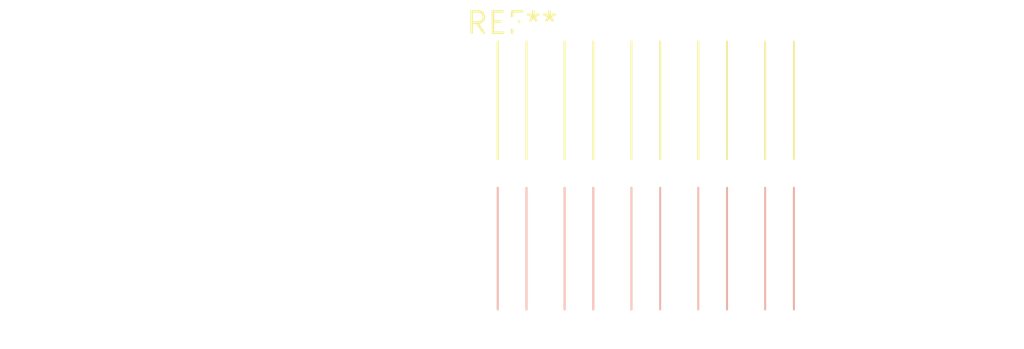
<source format=kicad_pcb>
(kicad_pcb (version 20240108) (generator pcbnew)
  (layers (0 "F.Cu" signal) (31 "B.Cu" signal) (34 "B.Paste" user) (35 "F.Paste" user) (36 "B.SilkS" user "B.Silkscreen") (37 "F.SilkS" user "F.Silkscreen") (38 "B.Mask" user) (39 "F.Mask" user) (44 "Edge.Cuts" user))
  (net 0 "")
  (footprint "SolderWire-0.15sqmm_1x05_P4mm_D0.5mm_OD1.5mm_Relief2x" (layer "F.Cu") (at 0 0)
    (property "Reference" "REF**")
    (property "Value" "SolderWire-0.15sqmm_1x05_P4mm_D0.5mm_OD1.5mm_Relief2x")
    (fp_line (start -0.86 9.86) (end -0.86 17.14) (layer "B.SilkS") (stroke (width 0.12)))
    (fp_line (start 0.86 9.86) (end 0.86 17.14) (layer "B.SilkS") (stroke (width 0.12)))
    (fp_line (start 3.14 9.86) (end 3.14 17.14) (layer "B.SilkS") (stroke (width 0.12)))
    (fp_line (start 4.86 9.86) (end 4.86 17.14) (layer "B.SilkS") (stroke (width 0.12)))
    (fp_line (start 7.14 9.86) (end 7.14 17.14) (layer "B.SilkS") (stroke (width 0.12)))
    (fp_line (start 8.86 9.86) (end 8.86 17.14) (layer "B.SilkS") (stroke (width 0.12)))
    (fp_line (start 11.14 9.86) (end 11.14 17.14) (layer "B.SilkS") (stroke (width 0.12)))
    (fp_line (start 12.86 9.86) (end 12.86 17.14) (layer "B.SilkS") (stroke (width 0.12)))
    (fp_line (start 15.14 9.86) (end 15.14 17.14) (layer "B.SilkS") (stroke (width 0.12)))
    (fp_line (start 16.86 9.86) (end 16.86 17.14) (layer "B.SilkS") (stroke (width 0.12)))
    (fp_line (start -0.86 1.11) (end -0.86 8.14) (layer "F.SilkS") (stroke (width 0.12)))
    (fp_line (start 0.86 1.11) (end 0.86 8.14) (layer "F.SilkS") (stroke (width 0.12)))
    (fp_line (start 3.14 1.11) (end 3.14 8.14) (layer "F.SilkS") (stroke (width 0.12)))
    (fp_line (start 4.86 1.11) (end 4.86 8.14) (layer "F.SilkS") (stroke (width 0.12)))
    (fp_line (start 7.14 1.11) (end 7.14 8.14) (layer "F.SilkS") (stroke (width 0.12)))
    (fp_line (start 8.86 1.11) (end 8.86 8.14) (layer "F.SilkS") (stroke (width 0.12)))
    (fp_line (start 11.14 1.11) (end 11.14 8.14) (layer "F.SilkS") (stroke (width 0.12)))
    (fp_line (start 12.86 1.11) (end 12.86 8.14) (layer "F.SilkS") (stroke (width 0.12)))
    (fp_line (start 15.14 1.11) (end 15.14 8.14) (layer "F.SilkS") (stroke (width 0.12)))
    (fp_line (start 16.86 1.11) (end 16.86 8.14) (layer "F.SilkS") (stroke (width 0.12)))
    (pad "" np_thru_hole circle (at 0 9) (size 2 2) (drill 2) (layers *.Cu *.Mask))
    (pad "" np_thru_hole circle (at 0 18) (size 2 2) (drill 2) (layers *.Cu *.Mask))
    (pad "" np_thru_hole circle (at 4 9) (size 2 2) (drill 2) (layers *.Cu *.Mask))
    (pad "" np_thru_hole circle (at 4 18) (size 2 2) (drill 2) (layers *.Cu *.Mask))
    (pad "" np_thru_hole circle (at 8 9) (size 2 2) (drill 2) (layers *.Cu *.Mask))
    (pad "" np_thru_hole circle (at 8 18) (size 2 2) (drill 2) (layers *.Cu *.Mask))
    (pad "" np_thru_hole circle (at 12 9) (size 2 2) (drill 2) (layers *.Cu *.Mask))
    (pad "" np_thru_hole circle (at 12 18) (size 2 2) (drill 2) (layers *.Cu *.Mask))
    (pad "" np_thru_hole circle (at 16 9) (size 2 2) (drill 2) (layers *.Cu *.Mask))
    (pad "" np_thru_hole circle (at 16 18) (size 2 2) (drill 2) (layers *.Cu *.Mask))
    (pad "1" thru_hole roundrect (at 0 0) (size 1.7 1.7) (drill 0.7) (layers *.Cu *.Mask) (remove_unused_layers) (roundrect_rratio 0.147059))
    (pad "2" thru_hole circle (at 4 0) (size 1.7 1.7) (drill 0.7) (layers *.Cu *.Mask) (remove_unused_layers))
    (pad "3" thru_hole circle (at 8 0) (size 1.7 1.7) (drill 0.7) (layers *.Cu *.Mask) (remove_unused_layers))
    (pad "4" thru_hole circle (at 12 0) (size 1.7 1.7) (drill 0.7) (layers *.Cu *.Mask) (remove_unused_layers))
    (pad "5" thru_hole circle (at 16 0) (size 1.7 1.7) (drill 0.7) (layers *.Cu *.Mask) (remove_unused_layers))
  )
)
</source>
